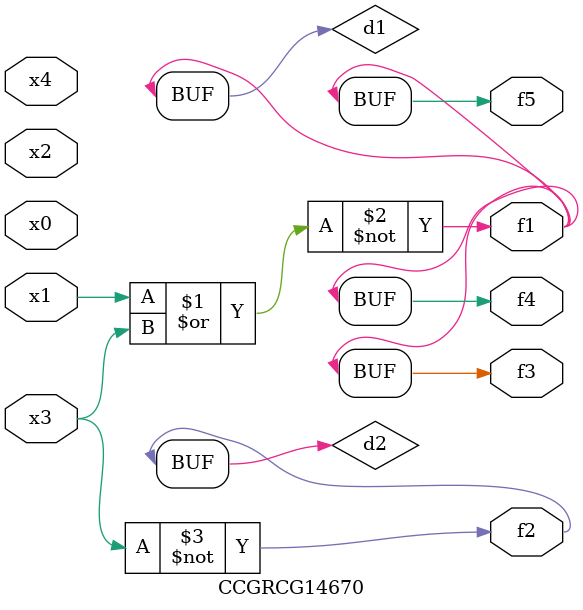
<source format=v>
module CCGRCG14670(
	input x0, x1, x2, x3, x4,
	output f1, f2, f3, f4, f5
);

	wire d1, d2;

	nor (d1, x1, x3);
	not (d2, x3);
	assign f1 = d1;
	assign f2 = d2;
	assign f3 = d1;
	assign f4 = d1;
	assign f5 = d1;
endmodule

</source>
